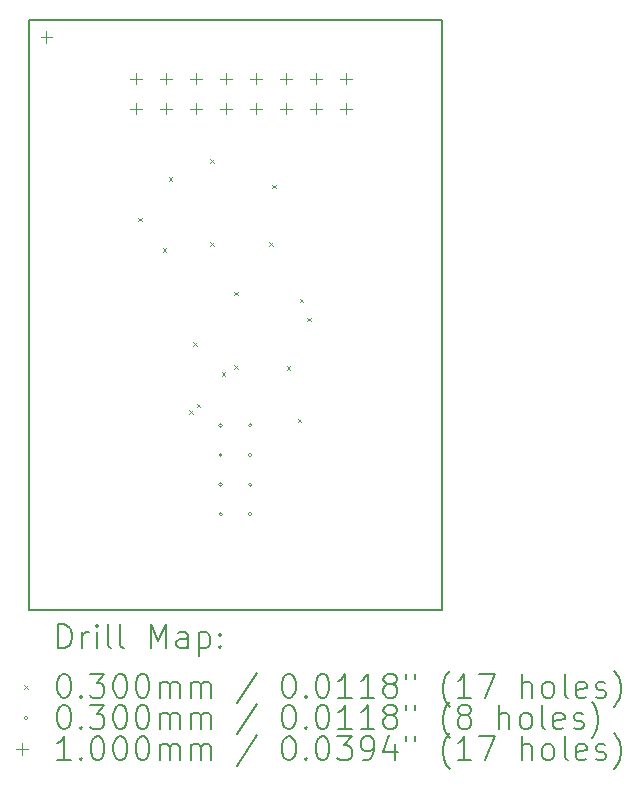
<source format=gbr>
%TF.GenerationSoftware,KiCad,Pcbnew,8.0.5*%
%TF.CreationDate,2024-12-04T12:39:28-06:00*%
%TF.ProjectId,KiCad_ETDBR,4b694361-645f-4455-9444-42522e6b6963,rev?*%
%TF.SameCoordinates,Original*%
%TF.FileFunction,Drillmap*%
%TF.FilePolarity,Positive*%
%FSLAX45Y45*%
G04 Gerber Fmt 4.5, Leading zero omitted, Abs format (unit mm)*
G04 Created by KiCad (PCBNEW 8.0.5) date 2024-12-04 12:39:28*
%MOMM*%
%LPD*%
G01*
G04 APERTURE LIST*
%ADD10C,0.200000*%
%ADD11C,0.100000*%
G04 APERTURE END LIST*
D10*
X4828000Y-5596500D02*
X8328000Y-5596500D01*
X8328000Y-10596500D01*
X4828000Y-10596500D01*
X4828000Y-5596500D01*
D11*
X5756549Y-7274057D02*
X5786549Y-7304057D01*
X5786549Y-7274057D02*
X5756549Y-7304057D01*
X5963000Y-7531500D02*
X5993000Y-7561500D01*
X5993000Y-7531500D02*
X5963000Y-7561500D01*
X6013000Y-6931500D02*
X6043000Y-6961500D01*
X6043000Y-6931500D02*
X6013000Y-6961500D01*
X6188540Y-8902916D02*
X6218540Y-8932916D01*
X6218540Y-8902916D02*
X6188540Y-8932916D01*
X6218260Y-8330748D02*
X6248260Y-8360748D01*
X6248260Y-8330748D02*
X6218260Y-8360748D01*
X6248540Y-8848340D02*
X6278540Y-8878340D01*
X6278540Y-8848340D02*
X6248540Y-8878340D01*
X6363000Y-6781500D02*
X6393000Y-6811500D01*
X6393000Y-6781500D02*
X6363000Y-6811500D01*
X6363000Y-7481500D02*
X6393000Y-7511500D01*
X6393000Y-7481500D02*
X6363000Y-7511500D01*
X6463000Y-8581500D02*
X6493000Y-8611500D01*
X6493000Y-8581500D02*
X6463000Y-8611500D01*
X6567760Y-8523750D02*
X6597760Y-8553750D01*
X6597760Y-8523750D02*
X6567760Y-8553750D01*
X6569090Y-7901520D02*
X6599090Y-7931520D01*
X6599090Y-7901520D02*
X6569090Y-7931520D01*
X6863000Y-7481500D02*
X6893000Y-7511500D01*
X6893000Y-7481500D02*
X6863000Y-7511500D01*
X6887563Y-6993856D02*
X6917563Y-7023856D01*
X6917563Y-6993856D02*
X6887563Y-7023856D01*
X7013000Y-8531500D02*
X7043000Y-8561500D01*
X7043000Y-8531500D02*
X7013000Y-8561500D01*
X7103586Y-8978214D02*
X7133586Y-9008214D01*
X7133586Y-8978214D02*
X7103586Y-9008214D01*
X7123000Y-7958687D02*
X7153000Y-7988687D01*
X7153000Y-7958687D02*
X7123000Y-7988687D01*
X7187000Y-8121393D02*
X7217000Y-8151393D01*
X7217000Y-8121393D02*
X7187000Y-8151393D01*
X6468000Y-9033500D02*
G75*
G02*
X6438000Y-9033500I-15000J0D01*
G01*
X6438000Y-9033500D02*
G75*
G02*
X6468000Y-9033500I15000J0D01*
G01*
X6468000Y-9283500D02*
G75*
G02*
X6438000Y-9283500I-15000J0D01*
G01*
X6438000Y-9283500D02*
G75*
G02*
X6468000Y-9283500I15000J0D01*
G01*
X6468000Y-9533500D02*
G75*
G02*
X6438000Y-9533500I-15000J0D01*
G01*
X6438000Y-9533500D02*
G75*
G02*
X6468000Y-9533500I15000J0D01*
G01*
X6468000Y-9783500D02*
G75*
G02*
X6438000Y-9783500I-15000J0D01*
G01*
X6438000Y-9783500D02*
G75*
G02*
X6468000Y-9783500I15000J0D01*
G01*
X6718000Y-9033500D02*
G75*
G02*
X6688000Y-9033500I-15000J0D01*
G01*
X6688000Y-9033500D02*
G75*
G02*
X6718000Y-9033500I15000J0D01*
G01*
X6718000Y-9283500D02*
G75*
G02*
X6688000Y-9283500I-15000J0D01*
G01*
X6688000Y-9283500D02*
G75*
G02*
X6718000Y-9283500I15000J0D01*
G01*
X6718000Y-9533500D02*
G75*
G02*
X6688000Y-9533500I-15000J0D01*
G01*
X6688000Y-9533500D02*
G75*
G02*
X6718000Y-9533500I15000J0D01*
G01*
X6718000Y-9783500D02*
G75*
G02*
X6688000Y-9783500I-15000J0D01*
G01*
X6688000Y-9783500D02*
G75*
G02*
X6718000Y-9783500I15000J0D01*
G01*
X4978000Y-5696500D02*
X4978000Y-5796500D01*
X4928000Y-5746500D02*
X5028000Y-5746500D01*
X5738000Y-6046500D02*
X5738000Y-6146500D01*
X5688000Y-6096500D02*
X5788000Y-6096500D01*
X5738000Y-6300500D02*
X5738000Y-6400500D01*
X5688000Y-6350500D02*
X5788000Y-6350500D01*
X5992000Y-6046500D02*
X5992000Y-6146500D01*
X5942000Y-6096500D02*
X6042000Y-6096500D01*
X5992000Y-6300500D02*
X5992000Y-6400500D01*
X5942000Y-6350500D02*
X6042000Y-6350500D01*
X6246000Y-6046500D02*
X6246000Y-6146500D01*
X6196000Y-6096500D02*
X6296000Y-6096500D01*
X6246000Y-6300500D02*
X6246000Y-6400500D01*
X6196000Y-6350500D02*
X6296000Y-6350500D01*
X6500000Y-6046500D02*
X6500000Y-6146500D01*
X6450000Y-6096500D02*
X6550000Y-6096500D01*
X6500000Y-6300500D02*
X6500000Y-6400500D01*
X6450000Y-6350500D02*
X6550000Y-6350500D01*
X6754000Y-6046500D02*
X6754000Y-6146500D01*
X6704000Y-6096500D02*
X6804000Y-6096500D01*
X6754000Y-6300500D02*
X6754000Y-6400500D01*
X6704000Y-6350500D02*
X6804000Y-6350500D01*
X7008000Y-6046500D02*
X7008000Y-6146500D01*
X6958000Y-6096500D02*
X7058000Y-6096500D01*
X7008000Y-6300500D02*
X7008000Y-6400500D01*
X6958000Y-6350500D02*
X7058000Y-6350500D01*
X7262000Y-6046500D02*
X7262000Y-6146500D01*
X7212000Y-6096500D02*
X7312000Y-6096500D01*
X7262000Y-6300500D02*
X7262000Y-6400500D01*
X7212000Y-6350500D02*
X7312000Y-6350500D01*
X7516000Y-6046500D02*
X7516000Y-6146500D01*
X7466000Y-6096500D02*
X7566000Y-6096500D01*
X7516000Y-6300500D02*
X7516000Y-6400500D01*
X7466000Y-6350500D02*
X7566000Y-6350500D01*
D10*
X5078777Y-10917984D02*
X5078777Y-10717984D01*
X5078777Y-10717984D02*
X5126396Y-10717984D01*
X5126396Y-10717984D02*
X5154967Y-10727508D01*
X5154967Y-10727508D02*
X5174015Y-10746555D01*
X5174015Y-10746555D02*
X5183539Y-10765603D01*
X5183539Y-10765603D02*
X5193063Y-10803698D01*
X5193063Y-10803698D02*
X5193063Y-10832270D01*
X5193063Y-10832270D02*
X5183539Y-10870365D01*
X5183539Y-10870365D02*
X5174015Y-10889412D01*
X5174015Y-10889412D02*
X5154967Y-10908460D01*
X5154967Y-10908460D02*
X5126396Y-10917984D01*
X5126396Y-10917984D02*
X5078777Y-10917984D01*
X5278777Y-10917984D02*
X5278777Y-10784650D01*
X5278777Y-10822746D02*
X5288301Y-10803698D01*
X5288301Y-10803698D02*
X5297824Y-10794174D01*
X5297824Y-10794174D02*
X5316872Y-10784650D01*
X5316872Y-10784650D02*
X5335920Y-10784650D01*
X5402586Y-10917984D02*
X5402586Y-10784650D01*
X5402586Y-10717984D02*
X5393063Y-10727508D01*
X5393063Y-10727508D02*
X5402586Y-10737031D01*
X5402586Y-10737031D02*
X5412110Y-10727508D01*
X5412110Y-10727508D02*
X5402586Y-10717984D01*
X5402586Y-10717984D02*
X5402586Y-10737031D01*
X5526396Y-10917984D02*
X5507348Y-10908460D01*
X5507348Y-10908460D02*
X5497824Y-10889412D01*
X5497824Y-10889412D02*
X5497824Y-10717984D01*
X5631158Y-10917984D02*
X5612110Y-10908460D01*
X5612110Y-10908460D02*
X5602586Y-10889412D01*
X5602586Y-10889412D02*
X5602586Y-10717984D01*
X5859729Y-10917984D02*
X5859729Y-10717984D01*
X5859729Y-10717984D02*
X5926396Y-10860841D01*
X5926396Y-10860841D02*
X5993062Y-10717984D01*
X5993062Y-10717984D02*
X5993062Y-10917984D01*
X6174015Y-10917984D02*
X6174015Y-10813222D01*
X6174015Y-10813222D02*
X6164491Y-10794174D01*
X6164491Y-10794174D02*
X6145443Y-10784650D01*
X6145443Y-10784650D02*
X6107348Y-10784650D01*
X6107348Y-10784650D02*
X6088301Y-10794174D01*
X6174015Y-10908460D02*
X6154967Y-10917984D01*
X6154967Y-10917984D02*
X6107348Y-10917984D01*
X6107348Y-10917984D02*
X6088301Y-10908460D01*
X6088301Y-10908460D02*
X6078777Y-10889412D01*
X6078777Y-10889412D02*
X6078777Y-10870365D01*
X6078777Y-10870365D02*
X6088301Y-10851317D01*
X6088301Y-10851317D02*
X6107348Y-10841793D01*
X6107348Y-10841793D02*
X6154967Y-10841793D01*
X6154967Y-10841793D02*
X6174015Y-10832270D01*
X6269253Y-10784650D02*
X6269253Y-10984650D01*
X6269253Y-10794174D02*
X6288301Y-10784650D01*
X6288301Y-10784650D02*
X6326396Y-10784650D01*
X6326396Y-10784650D02*
X6345443Y-10794174D01*
X6345443Y-10794174D02*
X6354967Y-10803698D01*
X6354967Y-10803698D02*
X6364491Y-10822746D01*
X6364491Y-10822746D02*
X6364491Y-10879889D01*
X6364491Y-10879889D02*
X6354967Y-10898936D01*
X6354967Y-10898936D02*
X6345443Y-10908460D01*
X6345443Y-10908460D02*
X6326396Y-10917984D01*
X6326396Y-10917984D02*
X6288301Y-10917984D01*
X6288301Y-10917984D02*
X6269253Y-10908460D01*
X6450205Y-10898936D02*
X6459729Y-10908460D01*
X6459729Y-10908460D02*
X6450205Y-10917984D01*
X6450205Y-10917984D02*
X6440682Y-10908460D01*
X6440682Y-10908460D02*
X6450205Y-10898936D01*
X6450205Y-10898936D02*
X6450205Y-10917984D01*
X6450205Y-10794174D02*
X6459729Y-10803698D01*
X6459729Y-10803698D02*
X6450205Y-10813222D01*
X6450205Y-10813222D02*
X6440682Y-10803698D01*
X6440682Y-10803698D02*
X6450205Y-10794174D01*
X6450205Y-10794174D02*
X6450205Y-10813222D01*
D11*
X4788000Y-11231500D02*
X4818000Y-11261500D01*
X4818000Y-11231500D02*
X4788000Y-11261500D01*
D10*
X5116872Y-11137984D02*
X5135920Y-11137984D01*
X5135920Y-11137984D02*
X5154967Y-11147508D01*
X5154967Y-11147508D02*
X5164491Y-11157031D01*
X5164491Y-11157031D02*
X5174015Y-11176079D01*
X5174015Y-11176079D02*
X5183539Y-11214174D01*
X5183539Y-11214174D02*
X5183539Y-11261793D01*
X5183539Y-11261793D02*
X5174015Y-11299888D01*
X5174015Y-11299888D02*
X5164491Y-11318936D01*
X5164491Y-11318936D02*
X5154967Y-11328460D01*
X5154967Y-11328460D02*
X5135920Y-11337984D01*
X5135920Y-11337984D02*
X5116872Y-11337984D01*
X5116872Y-11337984D02*
X5097824Y-11328460D01*
X5097824Y-11328460D02*
X5088301Y-11318936D01*
X5088301Y-11318936D02*
X5078777Y-11299888D01*
X5078777Y-11299888D02*
X5069253Y-11261793D01*
X5069253Y-11261793D02*
X5069253Y-11214174D01*
X5069253Y-11214174D02*
X5078777Y-11176079D01*
X5078777Y-11176079D02*
X5088301Y-11157031D01*
X5088301Y-11157031D02*
X5097824Y-11147508D01*
X5097824Y-11147508D02*
X5116872Y-11137984D01*
X5269253Y-11318936D02*
X5278777Y-11328460D01*
X5278777Y-11328460D02*
X5269253Y-11337984D01*
X5269253Y-11337984D02*
X5259729Y-11328460D01*
X5259729Y-11328460D02*
X5269253Y-11318936D01*
X5269253Y-11318936D02*
X5269253Y-11337984D01*
X5345444Y-11137984D02*
X5469253Y-11137984D01*
X5469253Y-11137984D02*
X5402586Y-11214174D01*
X5402586Y-11214174D02*
X5431158Y-11214174D01*
X5431158Y-11214174D02*
X5450205Y-11223698D01*
X5450205Y-11223698D02*
X5459729Y-11233222D01*
X5459729Y-11233222D02*
X5469253Y-11252269D01*
X5469253Y-11252269D02*
X5469253Y-11299888D01*
X5469253Y-11299888D02*
X5459729Y-11318936D01*
X5459729Y-11318936D02*
X5450205Y-11328460D01*
X5450205Y-11328460D02*
X5431158Y-11337984D01*
X5431158Y-11337984D02*
X5374015Y-11337984D01*
X5374015Y-11337984D02*
X5354967Y-11328460D01*
X5354967Y-11328460D02*
X5345444Y-11318936D01*
X5593062Y-11137984D02*
X5612110Y-11137984D01*
X5612110Y-11137984D02*
X5631158Y-11147508D01*
X5631158Y-11147508D02*
X5640682Y-11157031D01*
X5640682Y-11157031D02*
X5650205Y-11176079D01*
X5650205Y-11176079D02*
X5659729Y-11214174D01*
X5659729Y-11214174D02*
X5659729Y-11261793D01*
X5659729Y-11261793D02*
X5650205Y-11299888D01*
X5650205Y-11299888D02*
X5640682Y-11318936D01*
X5640682Y-11318936D02*
X5631158Y-11328460D01*
X5631158Y-11328460D02*
X5612110Y-11337984D01*
X5612110Y-11337984D02*
X5593062Y-11337984D01*
X5593062Y-11337984D02*
X5574015Y-11328460D01*
X5574015Y-11328460D02*
X5564491Y-11318936D01*
X5564491Y-11318936D02*
X5554967Y-11299888D01*
X5554967Y-11299888D02*
X5545444Y-11261793D01*
X5545444Y-11261793D02*
X5545444Y-11214174D01*
X5545444Y-11214174D02*
X5554967Y-11176079D01*
X5554967Y-11176079D02*
X5564491Y-11157031D01*
X5564491Y-11157031D02*
X5574015Y-11147508D01*
X5574015Y-11147508D02*
X5593062Y-11137984D01*
X5783539Y-11137984D02*
X5802586Y-11137984D01*
X5802586Y-11137984D02*
X5821634Y-11147508D01*
X5821634Y-11147508D02*
X5831158Y-11157031D01*
X5831158Y-11157031D02*
X5840682Y-11176079D01*
X5840682Y-11176079D02*
X5850205Y-11214174D01*
X5850205Y-11214174D02*
X5850205Y-11261793D01*
X5850205Y-11261793D02*
X5840682Y-11299888D01*
X5840682Y-11299888D02*
X5831158Y-11318936D01*
X5831158Y-11318936D02*
X5821634Y-11328460D01*
X5821634Y-11328460D02*
X5802586Y-11337984D01*
X5802586Y-11337984D02*
X5783539Y-11337984D01*
X5783539Y-11337984D02*
X5764491Y-11328460D01*
X5764491Y-11328460D02*
X5754967Y-11318936D01*
X5754967Y-11318936D02*
X5745443Y-11299888D01*
X5745443Y-11299888D02*
X5735920Y-11261793D01*
X5735920Y-11261793D02*
X5735920Y-11214174D01*
X5735920Y-11214174D02*
X5745443Y-11176079D01*
X5745443Y-11176079D02*
X5754967Y-11157031D01*
X5754967Y-11157031D02*
X5764491Y-11147508D01*
X5764491Y-11147508D02*
X5783539Y-11137984D01*
X5935920Y-11337984D02*
X5935920Y-11204650D01*
X5935920Y-11223698D02*
X5945443Y-11214174D01*
X5945443Y-11214174D02*
X5964491Y-11204650D01*
X5964491Y-11204650D02*
X5993063Y-11204650D01*
X5993063Y-11204650D02*
X6012110Y-11214174D01*
X6012110Y-11214174D02*
X6021634Y-11233222D01*
X6021634Y-11233222D02*
X6021634Y-11337984D01*
X6021634Y-11233222D02*
X6031158Y-11214174D01*
X6031158Y-11214174D02*
X6050205Y-11204650D01*
X6050205Y-11204650D02*
X6078777Y-11204650D01*
X6078777Y-11204650D02*
X6097824Y-11214174D01*
X6097824Y-11214174D02*
X6107348Y-11233222D01*
X6107348Y-11233222D02*
X6107348Y-11337984D01*
X6202586Y-11337984D02*
X6202586Y-11204650D01*
X6202586Y-11223698D02*
X6212110Y-11214174D01*
X6212110Y-11214174D02*
X6231158Y-11204650D01*
X6231158Y-11204650D02*
X6259729Y-11204650D01*
X6259729Y-11204650D02*
X6278777Y-11214174D01*
X6278777Y-11214174D02*
X6288301Y-11233222D01*
X6288301Y-11233222D02*
X6288301Y-11337984D01*
X6288301Y-11233222D02*
X6297824Y-11214174D01*
X6297824Y-11214174D02*
X6316872Y-11204650D01*
X6316872Y-11204650D02*
X6345443Y-11204650D01*
X6345443Y-11204650D02*
X6364491Y-11214174D01*
X6364491Y-11214174D02*
X6374015Y-11233222D01*
X6374015Y-11233222D02*
X6374015Y-11337984D01*
X6764491Y-11128460D02*
X6593063Y-11385603D01*
X7021634Y-11137984D02*
X7040682Y-11137984D01*
X7040682Y-11137984D02*
X7059729Y-11147508D01*
X7059729Y-11147508D02*
X7069253Y-11157031D01*
X7069253Y-11157031D02*
X7078777Y-11176079D01*
X7078777Y-11176079D02*
X7088301Y-11214174D01*
X7088301Y-11214174D02*
X7088301Y-11261793D01*
X7088301Y-11261793D02*
X7078777Y-11299888D01*
X7078777Y-11299888D02*
X7069253Y-11318936D01*
X7069253Y-11318936D02*
X7059729Y-11328460D01*
X7059729Y-11328460D02*
X7040682Y-11337984D01*
X7040682Y-11337984D02*
X7021634Y-11337984D01*
X7021634Y-11337984D02*
X7002586Y-11328460D01*
X7002586Y-11328460D02*
X6993063Y-11318936D01*
X6993063Y-11318936D02*
X6983539Y-11299888D01*
X6983539Y-11299888D02*
X6974015Y-11261793D01*
X6974015Y-11261793D02*
X6974015Y-11214174D01*
X6974015Y-11214174D02*
X6983539Y-11176079D01*
X6983539Y-11176079D02*
X6993063Y-11157031D01*
X6993063Y-11157031D02*
X7002586Y-11147508D01*
X7002586Y-11147508D02*
X7021634Y-11137984D01*
X7174015Y-11318936D02*
X7183539Y-11328460D01*
X7183539Y-11328460D02*
X7174015Y-11337984D01*
X7174015Y-11337984D02*
X7164491Y-11328460D01*
X7164491Y-11328460D02*
X7174015Y-11318936D01*
X7174015Y-11318936D02*
X7174015Y-11337984D01*
X7307348Y-11137984D02*
X7326396Y-11137984D01*
X7326396Y-11137984D02*
X7345444Y-11147508D01*
X7345444Y-11147508D02*
X7354967Y-11157031D01*
X7354967Y-11157031D02*
X7364491Y-11176079D01*
X7364491Y-11176079D02*
X7374015Y-11214174D01*
X7374015Y-11214174D02*
X7374015Y-11261793D01*
X7374015Y-11261793D02*
X7364491Y-11299888D01*
X7364491Y-11299888D02*
X7354967Y-11318936D01*
X7354967Y-11318936D02*
X7345444Y-11328460D01*
X7345444Y-11328460D02*
X7326396Y-11337984D01*
X7326396Y-11337984D02*
X7307348Y-11337984D01*
X7307348Y-11337984D02*
X7288301Y-11328460D01*
X7288301Y-11328460D02*
X7278777Y-11318936D01*
X7278777Y-11318936D02*
X7269253Y-11299888D01*
X7269253Y-11299888D02*
X7259729Y-11261793D01*
X7259729Y-11261793D02*
X7259729Y-11214174D01*
X7259729Y-11214174D02*
X7269253Y-11176079D01*
X7269253Y-11176079D02*
X7278777Y-11157031D01*
X7278777Y-11157031D02*
X7288301Y-11147508D01*
X7288301Y-11147508D02*
X7307348Y-11137984D01*
X7564491Y-11337984D02*
X7450206Y-11337984D01*
X7507348Y-11337984D02*
X7507348Y-11137984D01*
X7507348Y-11137984D02*
X7488301Y-11166555D01*
X7488301Y-11166555D02*
X7469253Y-11185603D01*
X7469253Y-11185603D02*
X7450206Y-11195127D01*
X7754967Y-11337984D02*
X7640682Y-11337984D01*
X7697825Y-11337984D02*
X7697825Y-11137984D01*
X7697825Y-11137984D02*
X7678777Y-11166555D01*
X7678777Y-11166555D02*
X7659729Y-11185603D01*
X7659729Y-11185603D02*
X7640682Y-11195127D01*
X7869253Y-11223698D02*
X7850206Y-11214174D01*
X7850206Y-11214174D02*
X7840682Y-11204650D01*
X7840682Y-11204650D02*
X7831158Y-11185603D01*
X7831158Y-11185603D02*
X7831158Y-11176079D01*
X7831158Y-11176079D02*
X7840682Y-11157031D01*
X7840682Y-11157031D02*
X7850206Y-11147508D01*
X7850206Y-11147508D02*
X7869253Y-11137984D01*
X7869253Y-11137984D02*
X7907348Y-11137984D01*
X7907348Y-11137984D02*
X7926396Y-11147508D01*
X7926396Y-11147508D02*
X7935920Y-11157031D01*
X7935920Y-11157031D02*
X7945444Y-11176079D01*
X7945444Y-11176079D02*
X7945444Y-11185603D01*
X7945444Y-11185603D02*
X7935920Y-11204650D01*
X7935920Y-11204650D02*
X7926396Y-11214174D01*
X7926396Y-11214174D02*
X7907348Y-11223698D01*
X7907348Y-11223698D02*
X7869253Y-11223698D01*
X7869253Y-11223698D02*
X7850206Y-11233222D01*
X7850206Y-11233222D02*
X7840682Y-11242746D01*
X7840682Y-11242746D02*
X7831158Y-11261793D01*
X7831158Y-11261793D02*
X7831158Y-11299888D01*
X7831158Y-11299888D02*
X7840682Y-11318936D01*
X7840682Y-11318936D02*
X7850206Y-11328460D01*
X7850206Y-11328460D02*
X7869253Y-11337984D01*
X7869253Y-11337984D02*
X7907348Y-11337984D01*
X7907348Y-11337984D02*
X7926396Y-11328460D01*
X7926396Y-11328460D02*
X7935920Y-11318936D01*
X7935920Y-11318936D02*
X7945444Y-11299888D01*
X7945444Y-11299888D02*
X7945444Y-11261793D01*
X7945444Y-11261793D02*
X7935920Y-11242746D01*
X7935920Y-11242746D02*
X7926396Y-11233222D01*
X7926396Y-11233222D02*
X7907348Y-11223698D01*
X8021634Y-11137984D02*
X8021634Y-11176079D01*
X8097825Y-11137984D02*
X8097825Y-11176079D01*
X8393063Y-11414174D02*
X8383539Y-11404650D01*
X8383539Y-11404650D02*
X8364491Y-11376079D01*
X8364491Y-11376079D02*
X8354968Y-11357031D01*
X8354968Y-11357031D02*
X8345444Y-11328460D01*
X8345444Y-11328460D02*
X8335920Y-11280841D01*
X8335920Y-11280841D02*
X8335920Y-11242746D01*
X8335920Y-11242746D02*
X8345444Y-11195127D01*
X8345444Y-11195127D02*
X8354968Y-11166555D01*
X8354968Y-11166555D02*
X8364491Y-11147508D01*
X8364491Y-11147508D02*
X8383539Y-11118936D01*
X8383539Y-11118936D02*
X8393063Y-11109412D01*
X8574015Y-11337984D02*
X8459730Y-11337984D01*
X8516872Y-11337984D02*
X8516872Y-11137984D01*
X8516872Y-11137984D02*
X8497825Y-11166555D01*
X8497825Y-11166555D02*
X8478777Y-11185603D01*
X8478777Y-11185603D02*
X8459730Y-11195127D01*
X8640682Y-11137984D02*
X8774015Y-11137984D01*
X8774015Y-11137984D02*
X8688301Y-11337984D01*
X9002587Y-11337984D02*
X9002587Y-11137984D01*
X9088301Y-11337984D02*
X9088301Y-11233222D01*
X9088301Y-11233222D02*
X9078777Y-11214174D01*
X9078777Y-11214174D02*
X9059730Y-11204650D01*
X9059730Y-11204650D02*
X9031158Y-11204650D01*
X9031158Y-11204650D02*
X9012111Y-11214174D01*
X9012111Y-11214174D02*
X9002587Y-11223698D01*
X9212111Y-11337984D02*
X9193063Y-11328460D01*
X9193063Y-11328460D02*
X9183539Y-11318936D01*
X9183539Y-11318936D02*
X9174015Y-11299888D01*
X9174015Y-11299888D02*
X9174015Y-11242746D01*
X9174015Y-11242746D02*
X9183539Y-11223698D01*
X9183539Y-11223698D02*
X9193063Y-11214174D01*
X9193063Y-11214174D02*
X9212111Y-11204650D01*
X9212111Y-11204650D02*
X9240682Y-11204650D01*
X9240682Y-11204650D02*
X9259730Y-11214174D01*
X9259730Y-11214174D02*
X9269253Y-11223698D01*
X9269253Y-11223698D02*
X9278777Y-11242746D01*
X9278777Y-11242746D02*
X9278777Y-11299888D01*
X9278777Y-11299888D02*
X9269253Y-11318936D01*
X9269253Y-11318936D02*
X9259730Y-11328460D01*
X9259730Y-11328460D02*
X9240682Y-11337984D01*
X9240682Y-11337984D02*
X9212111Y-11337984D01*
X9393063Y-11337984D02*
X9374015Y-11328460D01*
X9374015Y-11328460D02*
X9364492Y-11309412D01*
X9364492Y-11309412D02*
X9364492Y-11137984D01*
X9545444Y-11328460D02*
X9526396Y-11337984D01*
X9526396Y-11337984D02*
X9488301Y-11337984D01*
X9488301Y-11337984D02*
X9469253Y-11328460D01*
X9469253Y-11328460D02*
X9459730Y-11309412D01*
X9459730Y-11309412D02*
X9459730Y-11233222D01*
X9459730Y-11233222D02*
X9469253Y-11214174D01*
X9469253Y-11214174D02*
X9488301Y-11204650D01*
X9488301Y-11204650D02*
X9526396Y-11204650D01*
X9526396Y-11204650D02*
X9545444Y-11214174D01*
X9545444Y-11214174D02*
X9554968Y-11233222D01*
X9554968Y-11233222D02*
X9554968Y-11252269D01*
X9554968Y-11252269D02*
X9459730Y-11271317D01*
X9631158Y-11328460D02*
X9650206Y-11337984D01*
X9650206Y-11337984D02*
X9688301Y-11337984D01*
X9688301Y-11337984D02*
X9707349Y-11328460D01*
X9707349Y-11328460D02*
X9716873Y-11309412D01*
X9716873Y-11309412D02*
X9716873Y-11299888D01*
X9716873Y-11299888D02*
X9707349Y-11280841D01*
X9707349Y-11280841D02*
X9688301Y-11271317D01*
X9688301Y-11271317D02*
X9659730Y-11271317D01*
X9659730Y-11271317D02*
X9640682Y-11261793D01*
X9640682Y-11261793D02*
X9631158Y-11242746D01*
X9631158Y-11242746D02*
X9631158Y-11233222D01*
X9631158Y-11233222D02*
X9640682Y-11214174D01*
X9640682Y-11214174D02*
X9659730Y-11204650D01*
X9659730Y-11204650D02*
X9688301Y-11204650D01*
X9688301Y-11204650D02*
X9707349Y-11214174D01*
X9783539Y-11414174D02*
X9793063Y-11404650D01*
X9793063Y-11404650D02*
X9812111Y-11376079D01*
X9812111Y-11376079D02*
X9821634Y-11357031D01*
X9821634Y-11357031D02*
X9831158Y-11328460D01*
X9831158Y-11328460D02*
X9840682Y-11280841D01*
X9840682Y-11280841D02*
X9840682Y-11242746D01*
X9840682Y-11242746D02*
X9831158Y-11195127D01*
X9831158Y-11195127D02*
X9821634Y-11166555D01*
X9821634Y-11166555D02*
X9812111Y-11147508D01*
X9812111Y-11147508D02*
X9793063Y-11118936D01*
X9793063Y-11118936D02*
X9783539Y-11109412D01*
D11*
X4818000Y-11510500D02*
G75*
G02*
X4788000Y-11510500I-15000J0D01*
G01*
X4788000Y-11510500D02*
G75*
G02*
X4818000Y-11510500I15000J0D01*
G01*
D10*
X5116872Y-11401984D02*
X5135920Y-11401984D01*
X5135920Y-11401984D02*
X5154967Y-11411508D01*
X5154967Y-11411508D02*
X5164491Y-11421031D01*
X5164491Y-11421031D02*
X5174015Y-11440079D01*
X5174015Y-11440079D02*
X5183539Y-11478174D01*
X5183539Y-11478174D02*
X5183539Y-11525793D01*
X5183539Y-11525793D02*
X5174015Y-11563888D01*
X5174015Y-11563888D02*
X5164491Y-11582936D01*
X5164491Y-11582936D02*
X5154967Y-11592460D01*
X5154967Y-11592460D02*
X5135920Y-11601984D01*
X5135920Y-11601984D02*
X5116872Y-11601984D01*
X5116872Y-11601984D02*
X5097824Y-11592460D01*
X5097824Y-11592460D02*
X5088301Y-11582936D01*
X5088301Y-11582936D02*
X5078777Y-11563888D01*
X5078777Y-11563888D02*
X5069253Y-11525793D01*
X5069253Y-11525793D02*
X5069253Y-11478174D01*
X5069253Y-11478174D02*
X5078777Y-11440079D01*
X5078777Y-11440079D02*
X5088301Y-11421031D01*
X5088301Y-11421031D02*
X5097824Y-11411508D01*
X5097824Y-11411508D02*
X5116872Y-11401984D01*
X5269253Y-11582936D02*
X5278777Y-11592460D01*
X5278777Y-11592460D02*
X5269253Y-11601984D01*
X5269253Y-11601984D02*
X5259729Y-11592460D01*
X5259729Y-11592460D02*
X5269253Y-11582936D01*
X5269253Y-11582936D02*
X5269253Y-11601984D01*
X5345444Y-11401984D02*
X5469253Y-11401984D01*
X5469253Y-11401984D02*
X5402586Y-11478174D01*
X5402586Y-11478174D02*
X5431158Y-11478174D01*
X5431158Y-11478174D02*
X5450205Y-11487698D01*
X5450205Y-11487698D02*
X5459729Y-11497222D01*
X5459729Y-11497222D02*
X5469253Y-11516269D01*
X5469253Y-11516269D02*
X5469253Y-11563888D01*
X5469253Y-11563888D02*
X5459729Y-11582936D01*
X5459729Y-11582936D02*
X5450205Y-11592460D01*
X5450205Y-11592460D02*
X5431158Y-11601984D01*
X5431158Y-11601984D02*
X5374015Y-11601984D01*
X5374015Y-11601984D02*
X5354967Y-11592460D01*
X5354967Y-11592460D02*
X5345444Y-11582936D01*
X5593062Y-11401984D02*
X5612110Y-11401984D01*
X5612110Y-11401984D02*
X5631158Y-11411508D01*
X5631158Y-11411508D02*
X5640682Y-11421031D01*
X5640682Y-11421031D02*
X5650205Y-11440079D01*
X5650205Y-11440079D02*
X5659729Y-11478174D01*
X5659729Y-11478174D02*
X5659729Y-11525793D01*
X5659729Y-11525793D02*
X5650205Y-11563888D01*
X5650205Y-11563888D02*
X5640682Y-11582936D01*
X5640682Y-11582936D02*
X5631158Y-11592460D01*
X5631158Y-11592460D02*
X5612110Y-11601984D01*
X5612110Y-11601984D02*
X5593062Y-11601984D01*
X5593062Y-11601984D02*
X5574015Y-11592460D01*
X5574015Y-11592460D02*
X5564491Y-11582936D01*
X5564491Y-11582936D02*
X5554967Y-11563888D01*
X5554967Y-11563888D02*
X5545444Y-11525793D01*
X5545444Y-11525793D02*
X5545444Y-11478174D01*
X5545444Y-11478174D02*
X5554967Y-11440079D01*
X5554967Y-11440079D02*
X5564491Y-11421031D01*
X5564491Y-11421031D02*
X5574015Y-11411508D01*
X5574015Y-11411508D02*
X5593062Y-11401984D01*
X5783539Y-11401984D02*
X5802586Y-11401984D01*
X5802586Y-11401984D02*
X5821634Y-11411508D01*
X5821634Y-11411508D02*
X5831158Y-11421031D01*
X5831158Y-11421031D02*
X5840682Y-11440079D01*
X5840682Y-11440079D02*
X5850205Y-11478174D01*
X5850205Y-11478174D02*
X5850205Y-11525793D01*
X5850205Y-11525793D02*
X5840682Y-11563888D01*
X5840682Y-11563888D02*
X5831158Y-11582936D01*
X5831158Y-11582936D02*
X5821634Y-11592460D01*
X5821634Y-11592460D02*
X5802586Y-11601984D01*
X5802586Y-11601984D02*
X5783539Y-11601984D01*
X5783539Y-11601984D02*
X5764491Y-11592460D01*
X5764491Y-11592460D02*
X5754967Y-11582936D01*
X5754967Y-11582936D02*
X5745443Y-11563888D01*
X5745443Y-11563888D02*
X5735920Y-11525793D01*
X5735920Y-11525793D02*
X5735920Y-11478174D01*
X5735920Y-11478174D02*
X5745443Y-11440079D01*
X5745443Y-11440079D02*
X5754967Y-11421031D01*
X5754967Y-11421031D02*
X5764491Y-11411508D01*
X5764491Y-11411508D02*
X5783539Y-11401984D01*
X5935920Y-11601984D02*
X5935920Y-11468650D01*
X5935920Y-11487698D02*
X5945443Y-11478174D01*
X5945443Y-11478174D02*
X5964491Y-11468650D01*
X5964491Y-11468650D02*
X5993063Y-11468650D01*
X5993063Y-11468650D02*
X6012110Y-11478174D01*
X6012110Y-11478174D02*
X6021634Y-11497222D01*
X6021634Y-11497222D02*
X6021634Y-11601984D01*
X6021634Y-11497222D02*
X6031158Y-11478174D01*
X6031158Y-11478174D02*
X6050205Y-11468650D01*
X6050205Y-11468650D02*
X6078777Y-11468650D01*
X6078777Y-11468650D02*
X6097824Y-11478174D01*
X6097824Y-11478174D02*
X6107348Y-11497222D01*
X6107348Y-11497222D02*
X6107348Y-11601984D01*
X6202586Y-11601984D02*
X6202586Y-11468650D01*
X6202586Y-11487698D02*
X6212110Y-11478174D01*
X6212110Y-11478174D02*
X6231158Y-11468650D01*
X6231158Y-11468650D02*
X6259729Y-11468650D01*
X6259729Y-11468650D02*
X6278777Y-11478174D01*
X6278777Y-11478174D02*
X6288301Y-11497222D01*
X6288301Y-11497222D02*
X6288301Y-11601984D01*
X6288301Y-11497222D02*
X6297824Y-11478174D01*
X6297824Y-11478174D02*
X6316872Y-11468650D01*
X6316872Y-11468650D02*
X6345443Y-11468650D01*
X6345443Y-11468650D02*
X6364491Y-11478174D01*
X6364491Y-11478174D02*
X6374015Y-11497222D01*
X6374015Y-11497222D02*
X6374015Y-11601984D01*
X6764491Y-11392460D02*
X6593063Y-11649603D01*
X7021634Y-11401984D02*
X7040682Y-11401984D01*
X7040682Y-11401984D02*
X7059729Y-11411508D01*
X7059729Y-11411508D02*
X7069253Y-11421031D01*
X7069253Y-11421031D02*
X7078777Y-11440079D01*
X7078777Y-11440079D02*
X7088301Y-11478174D01*
X7088301Y-11478174D02*
X7088301Y-11525793D01*
X7088301Y-11525793D02*
X7078777Y-11563888D01*
X7078777Y-11563888D02*
X7069253Y-11582936D01*
X7069253Y-11582936D02*
X7059729Y-11592460D01*
X7059729Y-11592460D02*
X7040682Y-11601984D01*
X7040682Y-11601984D02*
X7021634Y-11601984D01*
X7021634Y-11601984D02*
X7002586Y-11592460D01*
X7002586Y-11592460D02*
X6993063Y-11582936D01*
X6993063Y-11582936D02*
X6983539Y-11563888D01*
X6983539Y-11563888D02*
X6974015Y-11525793D01*
X6974015Y-11525793D02*
X6974015Y-11478174D01*
X6974015Y-11478174D02*
X6983539Y-11440079D01*
X6983539Y-11440079D02*
X6993063Y-11421031D01*
X6993063Y-11421031D02*
X7002586Y-11411508D01*
X7002586Y-11411508D02*
X7021634Y-11401984D01*
X7174015Y-11582936D02*
X7183539Y-11592460D01*
X7183539Y-11592460D02*
X7174015Y-11601984D01*
X7174015Y-11601984D02*
X7164491Y-11592460D01*
X7164491Y-11592460D02*
X7174015Y-11582936D01*
X7174015Y-11582936D02*
X7174015Y-11601984D01*
X7307348Y-11401984D02*
X7326396Y-11401984D01*
X7326396Y-11401984D02*
X7345444Y-11411508D01*
X7345444Y-11411508D02*
X7354967Y-11421031D01*
X7354967Y-11421031D02*
X7364491Y-11440079D01*
X7364491Y-11440079D02*
X7374015Y-11478174D01*
X7374015Y-11478174D02*
X7374015Y-11525793D01*
X7374015Y-11525793D02*
X7364491Y-11563888D01*
X7364491Y-11563888D02*
X7354967Y-11582936D01*
X7354967Y-11582936D02*
X7345444Y-11592460D01*
X7345444Y-11592460D02*
X7326396Y-11601984D01*
X7326396Y-11601984D02*
X7307348Y-11601984D01*
X7307348Y-11601984D02*
X7288301Y-11592460D01*
X7288301Y-11592460D02*
X7278777Y-11582936D01*
X7278777Y-11582936D02*
X7269253Y-11563888D01*
X7269253Y-11563888D02*
X7259729Y-11525793D01*
X7259729Y-11525793D02*
X7259729Y-11478174D01*
X7259729Y-11478174D02*
X7269253Y-11440079D01*
X7269253Y-11440079D02*
X7278777Y-11421031D01*
X7278777Y-11421031D02*
X7288301Y-11411508D01*
X7288301Y-11411508D02*
X7307348Y-11401984D01*
X7564491Y-11601984D02*
X7450206Y-11601984D01*
X7507348Y-11601984D02*
X7507348Y-11401984D01*
X7507348Y-11401984D02*
X7488301Y-11430555D01*
X7488301Y-11430555D02*
X7469253Y-11449603D01*
X7469253Y-11449603D02*
X7450206Y-11459127D01*
X7754967Y-11601984D02*
X7640682Y-11601984D01*
X7697825Y-11601984D02*
X7697825Y-11401984D01*
X7697825Y-11401984D02*
X7678777Y-11430555D01*
X7678777Y-11430555D02*
X7659729Y-11449603D01*
X7659729Y-11449603D02*
X7640682Y-11459127D01*
X7869253Y-11487698D02*
X7850206Y-11478174D01*
X7850206Y-11478174D02*
X7840682Y-11468650D01*
X7840682Y-11468650D02*
X7831158Y-11449603D01*
X7831158Y-11449603D02*
X7831158Y-11440079D01*
X7831158Y-11440079D02*
X7840682Y-11421031D01*
X7840682Y-11421031D02*
X7850206Y-11411508D01*
X7850206Y-11411508D02*
X7869253Y-11401984D01*
X7869253Y-11401984D02*
X7907348Y-11401984D01*
X7907348Y-11401984D02*
X7926396Y-11411508D01*
X7926396Y-11411508D02*
X7935920Y-11421031D01*
X7935920Y-11421031D02*
X7945444Y-11440079D01*
X7945444Y-11440079D02*
X7945444Y-11449603D01*
X7945444Y-11449603D02*
X7935920Y-11468650D01*
X7935920Y-11468650D02*
X7926396Y-11478174D01*
X7926396Y-11478174D02*
X7907348Y-11487698D01*
X7907348Y-11487698D02*
X7869253Y-11487698D01*
X7869253Y-11487698D02*
X7850206Y-11497222D01*
X7850206Y-11497222D02*
X7840682Y-11506746D01*
X7840682Y-11506746D02*
X7831158Y-11525793D01*
X7831158Y-11525793D02*
X7831158Y-11563888D01*
X7831158Y-11563888D02*
X7840682Y-11582936D01*
X7840682Y-11582936D02*
X7850206Y-11592460D01*
X7850206Y-11592460D02*
X7869253Y-11601984D01*
X7869253Y-11601984D02*
X7907348Y-11601984D01*
X7907348Y-11601984D02*
X7926396Y-11592460D01*
X7926396Y-11592460D02*
X7935920Y-11582936D01*
X7935920Y-11582936D02*
X7945444Y-11563888D01*
X7945444Y-11563888D02*
X7945444Y-11525793D01*
X7945444Y-11525793D02*
X7935920Y-11506746D01*
X7935920Y-11506746D02*
X7926396Y-11497222D01*
X7926396Y-11497222D02*
X7907348Y-11487698D01*
X8021634Y-11401984D02*
X8021634Y-11440079D01*
X8097825Y-11401984D02*
X8097825Y-11440079D01*
X8393063Y-11678174D02*
X8383539Y-11668650D01*
X8383539Y-11668650D02*
X8364491Y-11640079D01*
X8364491Y-11640079D02*
X8354968Y-11621031D01*
X8354968Y-11621031D02*
X8345444Y-11592460D01*
X8345444Y-11592460D02*
X8335920Y-11544841D01*
X8335920Y-11544841D02*
X8335920Y-11506746D01*
X8335920Y-11506746D02*
X8345444Y-11459127D01*
X8345444Y-11459127D02*
X8354968Y-11430555D01*
X8354968Y-11430555D02*
X8364491Y-11411508D01*
X8364491Y-11411508D02*
X8383539Y-11382936D01*
X8383539Y-11382936D02*
X8393063Y-11373412D01*
X8497825Y-11487698D02*
X8478777Y-11478174D01*
X8478777Y-11478174D02*
X8469253Y-11468650D01*
X8469253Y-11468650D02*
X8459730Y-11449603D01*
X8459730Y-11449603D02*
X8459730Y-11440079D01*
X8459730Y-11440079D02*
X8469253Y-11421031D01*
X8469253Y-11421031D02*
X8478777Y-11411508D01*
X8478777Y-11411508D02*
X8497825Y-11401984D01*
X8497825Y-11401984D02*
X8535920Y-11401984D01*
X8535920Y-11401984D02*
X8554968Y-11411508D01*
X8554968Y-11411508D02*
X8564491Y-11421031D01*
X8564491Y-11421031D02*
X8574015Y-11440079D01*
X8574015Y-11440079D02*
X8574015Y-11449603D01*
X8574015Y-11449603D02*
X8564491Y-11468650D01*
X8564491Y-11468650D02*
X8554968Y-11478174D01*
X8554968Y-11478174D02*
X8535920Y-11487698D01*
X8535920Y-11487698D02*
X8497825Y-11487698D01*
X8497825Y-11487698D02*
X8478777Y-11497222D01*
X8478777Y-11497222D02*
X8469253Y-11506746D01*
X8469253Y-11506746D02*
X8459730Y-11525793D01*
X8459730Y-11525793D02*
X8459730Y-11563888D01*
X8459730Y-11563888D02*
X8469253Y-11582936D01*
X8469253Y-11582936D02*
X8478777Y-11592460D01*
X8478777Y-11592460D02*
X8497825Y-11601984D01*
X8497825Y-11601984D02*
X8535920Y-11601984D01*
X8535920Y-11601984D02*
X8554968Y-11592460D01*
X8554968Y-11592460D02*
X8564491Y-11582936D01*
X8564491Y-11582936D02*
X8574015Y-11563888D01*
X8574015Y-11563888D02*
X8574015Y-11525793D01*
X8574015Y-11525793D02*
X8564491Y-11506746D01*
X8564491Y-11506746D02*
X8554968Y-11497222D01*
X8554968Y-11497222D02*
X8535920Y-11487698D01*
X8812111Y-11601984D02*
X8812111Y-11401984D01*
X8897825Y-11601984D02*
X8897825Y-11497222D01*
X8897825Y-11497222D02*
X8888301Y-11478174D01*
X8888301Y-11478174D02*
X8869253Y-11468650D01*
X8869253Y-11468650D02*
X8840682Y-11468650D01*
X8840682Y-11468650D02*
X8821634Y-11478174D01*
X8821634Y-11478174D02*
X8812111Y-11487698D01*
X9021634Y-11601984D02*
X9002587Y-11592460D01*
X9002587Y-11592460D02*
X8993063Y-11582936D01*
X8993063Y-11582936D02*
X8983539Y-11563888D01*
X8983539Y-11563888D02*
X8983539Y-11506746D01*
X8983539Y-11506746D02*
X8993063Y-11487698D01*
X8993063Y-11487698D02*
X9002587Y-11478174D01*
X9002587Y-11478174D02*
X9021634Y-11468650D01*
X9021634Y-11468650D02*
X9050206Y-11468650D01*
X9050206Y-11468650D02*
X9069253Y-11478174D01*
X9069253Y-11478174D02*
X9078777Y-11487698D01*
X9078777Y-11487698D02*
X9088301Y-11506746D01*
X9088301Y-11506746D02*
X9088301Y-11563888D01*
X9088301Y-11563888D02*
X9078777Y-11582936D01*
X9078777Y-11582936D02*
X9069253Y-11592460D01*
X9069253Y-11592460D02*
X9050206Y-11601984D01*
X9050206Y-11601984D02*
X9021634Y-11601984D01*
X9202587Y-11601984D02*
X9183539Y-11592460D01*
X9183539Y-11592460D02*
X9174015Y-11573412D01*
X9174015Y-11573412D02*
X9174015Y-11401984D01*
X9354968Y-11592460D02*
X9335920Y-11601984D01*
X9335920Y-11601984D02*
X9297825Y-11601984D01*
X9297825Y-11601984D02*
X9278777Y-11592460D01*
X9278777Y-11592460D02*
X9269253Y-11573412D01*
X9269253Y-11573412D02*
X9269253Y-11497222D01*
X9269253Y-11497222D02*
X9278777Y-11478174D01*
X9278777Y-11478174D02*
X9297825Y-11468650D01*
X9297825Y-11468650D02*
X9335920Y-11468650D01*
X9335920Y-11468650D02*
X9354968Y-11478174D01*
X9354968Y-11478174D02*
X9364492Y-11497222D01*
X9364492Y-11497222D02*
X9364492Y-11516269D01*
X9364492Y-11516269D02*
X9269253Y-11535317D01*
X9440682Y-11592460D02*
X9459730Y-11601984D01*
X9459730Y-11601984D02*
X9497825Y-11601984D01*
X9497825Y-11601984D02*
X9516873Y-11592460D01*
X9516873Y-11592460D02*
X9526396Y-11573412D01*
X9526396Y-11573412D02*
X9526396Y-11563888D01*
X9526396Y-11563888D02*
X9516873Y-11544841D01*
X9516873Y-11544841D02*
X9497825Y-11535317D01*
X9497825Y-11535317D02*
X9469253Y-11535317D01*
X9469253Y-11535317D02*
X9450206Y-11525793D01*
X9450206Y-11525793D02*
X9440682Y-11506746D01*
X9440682Y-11506746D02*
X9440682Y-11497222D01*
X9440682Y-11497222D02*
X9450206Y-11478174D01*
X9450206Y-11478174D02*
X9469253Y-11468650D01*
X9469253Y-11468650D02*
X9497825Y-11468650D01*
X9497825Y-11468650D02*
X9516873Y-11478174D01*
X9593063Y-11678174D02*
X9602587Y-11668650D01*
X9602587Y-11668650D02*
X9621634Y-11640079D01*
X9621634Y-11640079D02*
X9631158Y-11621031D01*
X9631158Y-11621031D02*
X9640682Y-11592460D01*
X9640682Y-11592460D02*
X9650206Y-11544841D01*
X9650206Y-11544841D02*
X9650206Y-11506746D01*
X9650206Y-11506746D02*
X9640682Y-11459127D01*
X9640682Y-11459127D02*
X9631158Y-11430555D01*
X9631158Y-11430555D02*
X9621634Y-11411508D01*
X9621634Y-11411508D02*
X9602587Y-11382936D01*
X9602587Y-11382936D02*
X9593063Y-11373412D01*
D11*
X4768000Y-11724500D02*
X4768000Y-11824500D01*
X4718000Y-11774500D02*
X4818000Y-11774500D01*
D10*
X5183539Y-11865984D02*
X5069253Y-11865984D01*
X5126396Y-11865984D02*
X5126396Y-11665984D01*
X5126396Y-11665984D02*
X5107348Y-11694555D01*
X5107348Y-11694555D02*
X5088301Y-11713603D01*
X5088301Y-11713603D02*
X5069253Y-11723127D01*
X5269253Y-11846936D02*
X5278777Y-11856460D01*
X5278777Y-11856460D02*
X5269253Y-11865984D01*
X5269253Y-11865984D02*
X5259729Y-11856460D01*
X5259729Y-11856460D02*
X5269253Y-11846936D01*
X5269253Y-11846936D02*
X5269253Y-11865984D01*
X5402586Y-11665984D02*
X5421634Y-11665984D01*
X5421634Y-11665984D02*
X5440682Y-11675508D01*
X5440682Y-11675508D02*
X5450205Y-11685031D01*
X5450205Y-11685031D02*
X5459729Y-11704079D01*
X5459729Y-11704079D02*
X5469253Y-11742174D01*
X5469253Y-11742174D02*
X5469253Y-11789793D01*
X5469253Y-11789793D02*
X5459729Y-11827888D01*
X5459729Y-11827888D02*
X5450205Y-11846936D01*
X5450205Y-11846936D02*
X5440682Y-11856460D01*
X5440682Y-11856460D02*
X5421634Y-11865984D01*
X5421634Y-11865984D02*
X5402586Y-11865984D01*
X5402586Y-11865984D02*
X5383539Y-11856460D01*
X5383539Y-11856460D02*
X5374015Y-11846936D01*
X5374015Y-11846936D02*
X5364491Y-11827888D01*
X5364491Y-11827888D02*
X5354967Y-11789793D01*
X5354967Y-11789793D02*
X5354967Y-11742174D01*
X5354967Y-11742174D02*
X5364491Y-11704079D01*
X5364491Y-11704079D02*
X5374015Y-11685031D01*
X5374015Y-11685031D02*
X5383539Y-11675508D01*
X5383539Y-11675508D02*
X5402586Y-11665984D01*
X5593062Y-11665984D02*
X5612110Y-11665984D01*
X5612110Y-11665984D02*
X5631158Y-11675508D01*
X5631158Y-11675508D02*
X5640682Y-11685031D01*
X5640682Y-11685031D02*
X5650205Y-11704079D01*
X5650205Y-11704079D02*
X5659729Y-11742174D01*
X5659729Y-11742174D02*
X5659729Y-11789793D01*
X5659729Y-11789793D02*
X5650205Y-11827888D01*
X5650205Y-11827888D02*
X5640682Y-11846936D01*
X5640682Y-11846936D02*
X5631158Y-11856460D01*
X5631158Y-11856460D02*
X5612110Y-11865984D01*
X5612110Y-11865984D02*
X5593062Y-11865984D01*
X5593062Y-11865984D02*
X5574015Y-11856460D01*
X5574015Y-11856460D02*
X5564491Y-11846936D01*
X5564491Y-11846936D02*
X5554967Y-11827888D01*
X5554967Y-11827888D02*
X5545444Y-11789793D01*
X5545444Y-11789793D02*
X5545444Y-11742174D01*
X5545444Y-11742174D02*
X5554967Y-11704079D01*
X5554967Y-11704079D02*
X5564491Y-11685031D01*
X5564491Y-11685031D02*
X5574015Y-11675508D01*
X5574015Y-11675508D02*
X5593062Y-11665984D01*
X5783539Y-11665984D02*
X5802586Y-11665984D01*
X5802586Y-11665984D02*
X5821634Y-11675508D01*
X5821634Y-11675508D02*
X5831158Y-11685031D01*
X5831158Y-11685031D02*
X5840682Y-11704079D01*
X5840682Y-11704079D02*
X5850205Y-11742174D01*
X5850205Y-11742174D02*
X5850205Y-11789793D01*
X5850205Y-11789793D02*
X5840682Y-11827888D01*
X5840682Y-11827888D02*
X5831158Y-11846936D01*
X5831158Y-11846936D02*
X5821634Y-11856460D01*
X5821634Y-11856460D02*
X5802586Y-11865984D01*
X5802586Y-11865984D02*
X5783539Y-11865984D01*
X5783539Y-11865984D02*
X5764491Y-11856460D01*
X5764491Y-11856460D02*
X5754967Y-11846936D01*
X5754967Y-11846936D02*
X5745443Y-11827888D01*
X5745443Y-11827888D02*
X5735920Y-11789793D01*
X5735920Y-11789793D02*
X5735920Y-11742174D01*
X5735920Y-11742174D02*
X5745443Y-11704079D01*
X5745443Y-11704079D02*
X5754967Y-11685031D01*
X5754967Y-11685031D02*
X5764491Y-11675508D01*
X5764491Y-11675508D02*
X5783539Y-11665984D01*
X5935920Y-11865984D02*
X5935920Y-11732650D01*
X5935920Y-11751698D02*
X5945443Y-11742174D01*
X5945443Y-11742174D02*
X5964491Y-11732650D01*
X5964491Y-11732650D02*
X5993063Y-11732650D01*
X5993063Y-11732650D02*
X6012110Y-11742174D01*
X6012110Y-11742174D02*
X6021634Y-11761222D01*
X6021634Y-11761222D02*
X6021634Y-11865984D01*
X6021634Y-11761222D02*
X6031158Y-11742174D01*
X6031158Y-11742174D02*
X6050205Y-11732650D01*
X6050205Y-11732650D02*
X6078777Y-11732650D01*
X6078777Y-11732650D02*
X6097824Y-11742174D01*
X6097824Y-11742174D02*
X6107348Y-11761222D01*
X6107348Y-11761222D02*
X6107348Y-11865984D01*
X6202586Y-11865984D02*
X6202586Y-11732650D01*
X6202586Y-11751698D02*
X6212110Y-11742174D01*
X6212110Y-11742174D02*
X6231158Y-11732650D01*
X6231158Y-11732650D02*
X6259729Y-11732650D01*
X6259729Y-11732650D02*
X6278777Y-11742174D01*
X6278777Y-11742174D02*
X6288301Y-11761222D01*
X6288301Y-11761222D02*
X6288301Y-11865984D01*
X6288301Y-11761222D02*
X6297824Y-11742174D01*
X6297824Y-11742174D02*
X6316872Y-11732650D01*
X6316872Y-11732650D02*
X6345443Y-11732650D01*
X6345443Y-11732650D02*
X6364491Y-11742174D01*
X6364491Y-11742174D02*
X6374015Y-11761222D01*
X6374015Y-11761222D02*
X6374015Y-11865984D01*
X6764491Y-11656460D02*
X6593063Y-11913603D01*
X7021634Y-11665984D02*
X7040682Y-11665984D01*
X7040682Y-11665984D02*
X7059729Y-11675508D01*
X7059729Y-11675508D02*
X7069253Y-11685031D01*
X7069253Y-11685031D02*
X7078777Y-11704079D01*
X7078777Y-11704079D02*
X7088301Y-11742174D01*
X7088301Y-11742174D02*
X7088301Y-11789793D01*
X7088301Y-11789793D02*
X7078777Y-11827888D01*
X7078777Y-11827888D02*
X7069253Y-11846936D01*
X7069253Y-11846936D02*
X7059729Y-11856460D01*
X7059729Y-11856460D02*
X7040682Y-11865984D01*
X7040682Y-11865984D02*
X7021634Y-11865984D01*
X7021634Y-11865984D02*
X7002586Y-11856460D01*
X7002586Y-11856460D02*
X6993063Y-11846936D01*
X6993063Y-11846936D02*
X6983539Y-11827888D01*
X6983539Y-11827888D02*
X6974015Y-11789793D01*
X6974015Y-11789793D02*
X6974015Y-11742174D01*
X6974015Y-11742174D02*
X6983539Y-11704079D01*
X6983539Y-11704079D02*
X6993063Y-11685031D01*
X6993063Y-11685031D02*
X7002586Y-11675508D01*
X7002586Y-11675508D02*
X7021634Y-11665984D01*
X7174015Y-11846936D02*
X7183539Y-11856460D01*
X7183539Y-11856460D02*
X7174015Y-11865984D01*
X7174015Y-11865984D02*
X7164491Y-11856460D01*
X7164491Y-11856460D02*
X7174015Y-11846936D01*
X7174015Y-11846936D02*
X7174015Y-11865984D01*
X7307348Y-11665984D02*
X7326396Y-11665984D01*
X7326396Y-11665984D02*
X7345444Y-11675508D01*
X7345444Y-11675508D02*
X7354967Y-11685031D01*
X7354967Y-11685031D02*
X7364491Y-11704079D01*
X7364491Y-11704079D02*
X7374015Y-11742174D01*
X7374015Y-11742174D02*
X7374015Y-11789793D01*
X7374015Y-11789793D02*
X7364491Y-11827888D01*
X7364491Y-11827888D02*
X7354967Y-11846936D01*
X7354967Y-11846936D02*
X7345444Y-11856460D01*
X7345444Y-11856460D02*
X7326396Y-11865984D01*
X7326396Y-11865984D02*
X7307348Y-11865984D01*
X7307348Y-11865984D02*
X7288301Y-11856460D01*
X7288301Y-11856460D02*
X7278777Y-11846936D01*
X7278777Y-11846936D02*
X7269253Y-11827888D01*
X7269253Y-11827888D02*
X7259729Y-11789793D01*
X7259729Y-11789793D02*
X7259729Y-11742174D01*
X7259729Y-11742174D02*
X7269253Y-11704079D01*
X7269253Y-11704079D02*
X7278777Y-11685031D01*
X7278777Y-11685031D02*
X7288301Y-11675508D01*
X7288301Y-11675508D02*
X7307348Y-11665984D01*
X7440682Y-11665984D02*
X7564491Y-11665984D01*
X7564491Y-11665984D02*
X7497825Y-11742174D01*
X7497825Y-11742174D02*
X7526396Y-11742174D01*
X7526396Y-11742174D02*
X7545444Y-11751698D01*
X7545444Y-11751698D02*
X7554967Y-11761222D01*
X7554967Y-11761222D02*
X7564491Y-11780269D01*
X7564491Y-11780269D02*
X7564491Y-11827888D01*
X7564491Y-11827888D02*
X7554967Y-11846936D01*
X7554967Y-11846936D02*
X7545444Y-11856460D01*
X7545444Y-11856460D02*
X7526396Y-11865984D01*
X7526396Y-11865984D02*
X7469253Y-11865984D01*
X7469253Y-11865984D02*
X7450206Y-11856460D01*
X7450206Y-11856460D02*
X7440682Y-11846936D01*
X7659729Y-11865984D02*
X7697825Y-11865984D01*
X7697825Y-11865984D02*
X7716872Y-11856460D01*
X7716872Y-11856460D02*
X7726396Y-11846936D01*
X7726396Y-11846936D02*
X7745444Y-11818365D01*
X7745444Y-11818365D02*
X7754967Y-11780269D01*
X7754967Y-11780269D02*
X7754967Y-11704079D01*
X7754967Y-11704079D02*
X7745444Y-11685031D01*
X7745444Y-11685031D02*
X7735920Y-11675508D01*
X7735920Y-11675508D02*
X7716872Y-11665984D01*
X7716872Y-11665984D02*
X7678777Y-11665984D01*
X7678777Y-11665984D02*
X7659729Y-11675508D01*
X7659729Y-11675508D02*
X7650206Y-11685031D01*
X7650206Y-11685031D02*
X7640682Y-11704079D01*
X7640682Y-11704079D02*
X7640682Y-11751698D01*
X7640682Y-11751698D02*
X7650206Y-11770746D01*
X7650206Y-11770746D02*
X7659729Y-11780269D01*
X7659729Y-11780269D02*
X7678777Y-11789793D01*
X7678777Y-11789793D02*
X7716872Y-11789793D01*
X7716872Y-11789793D02*
X7735920Y-11780269D01*
X7735920Y-11780269D02*
X7745444Y-11770746D01*
X7745444Y-11770746D02*
X7754967Y-11751698D01*
X7926396Y-11732650D02*
X7926396Y-11865984D01*
X7878777Y-11656460D02*
X7831158Y-11799317D01*
X7831158Y-11799317D02*
X7954967Y-11799317D01*
X8021634Y-11665984D02*
X8021634Y-11704079D01*
X8097825Y-11665984D02*
X8097825Y-11704079D01*
X8393063Y-11942174D02*
X8383539Y-11932650D01*
X8383539Y-11932650D02*
X8364491Y-11904079D01*
X8364491Y-11904079D02*
X8354968Y-11885031D01*
X8354968Y-11885031D02*
X8345444Y-11856460D01*
X8345444Y-11856460D02*
X8335920Y-11808841D01*
X8335920Y-11808841D02*
X8335920Y-11770746D01*
X8335920Y-11770746D02*
X8345444Y-11723127D01*
X8345444Y-11723127D02*
X8354968Y-11694555D01*
X8354968Y-11694555D02*
X8364491Y-11675508D01*
X8364491Y-11675508D02*
X8383539Y-11646936D01*
X8383539Y-11646936D02*
X8393063Y-11637412D01*
X8574015Y-11865984D02*
X8459730Y-11865984D01*
X8516872Y-11865984D02*
X8516872Y-11665984D01*
X8516872Y-11665984D02*
X8497825Y-11694555D01*
X8497825Y-11694555D02*
X8478777Y-11713603D01*
X8478777Y-11713603D02*
X8459730Y-11723127D01*
X8640682Y-11665984D02*
X8774015Y-11665984D01*
X8774015Y-11665984D02*
X8688301Y-11865984D01*
X9002587Y-11865984D02*
X9002587Y-11665984D01*
X9088301Y-11865984D02*
X9088301Y-11761222D01*
X9088301Y-11761222D02*
X9078777Y-11742174D01*
X9078777Y-11742174D02*
X9059730Y-11732650D01*
X9059730Y-11732650D02*
X9031158Y-11732650D01*
X9031158Y-11732650D02*
X9012111Y-11742174D01*
X9012111Y-11742174D02*
X9002587Y-11751698D01*
X9212111Y-11865984D02*
X9193063Y-11856460D01*
X9193063Y-11856460D02*
X9183539Y-11846936D01*
X9183539Y-11846936D02*
X9174015Y-11827888D01*
X9174015Y-11827888D02*
X9174015Y-11770746D01*
X9174015Y-11770746D02*
X9183539Y-11751698D01*
X9183539Y-11751698D02*
X9193063Y-11742174D01*
X9193063Y-11742174D02*
X9212111Y-11732650D01*
X9212111Y-11732650D02*
X9240682Y-11732650D01*
X9240682Y-11732650D02*
X9259730Y-11742174D01*
X9259730Y-11742174D02*
X9269253Y-11751698D01*
X9269253Y-11751698D02*
X9278777Y-11770746D01*
X9278777Y-11770746D02*
X9278777Y-11827888D01*
X9278777Y-11827888D02*
X9269253Y-11846936D01*
X9269253Y-11846936D02*
X9259730Y-11856460D01*
X9259730Y-11856460D02*
X9240682Y-11865984D01*
X9240682Y-11865984D02*
X9212111Y-11865984D01*
X9393063Y-11865984D02*
X9374015Y-11856460D01*
X9374015Y-11856460D02*
X9364492Y-11837412D01*
X9364492Y-11837412D02*
X9364492Y-11665984D01*
X9545444Y-11856460D02*
X9526396Y-11865984D01*
X9526396Y-11865984D02*
X9488301Y-11865984D01*
X9488301Y-11865984D02*
X9469253Y-11856460D01*
X9469253Y-11856460D02*
X9459730Y-11837412D01*
X9459730Y-11837412D02*
X9459730Y-11761222D01*
X9459730Y-11761222D02*
X9469253Y-11742174D01*
X9469253Y-11742174D02*
X9488301Y-11732650D01*
X9488301Y-11732650D02*
X9526396Y-11732650D01*
X9526396Y-11732650D02*
X9545444Y-11742174D01*
X9545444Y-11742174D02*
X9554968Y-11761222D01*
X9554968Y-11761222D02*
X9554968Y-11780269D01*
X9554968Y-11780269D02*
X9459730Y-11799317D01*
X9631158Y-11856460D02*
X9650206Y-11865984D01*
X9650206Y-11865984D02*
X9688301Y-11865984D01*
X9688301Y-11865984D02*
X9707349Y-11856460D01*
X9707349Y-11856460D02*
X9716873Y-11837412D01*
X9716873Y-11837412D02*
X9716873Y-11827888D01*
X9716873Y-11827888D02*
X9707349Y-11808841D01*
X9707349Y-11808841D02*
X9688301Y-11799317D01*
X9688301Y-11799317D02*
X9659730Y-11799317D01*
X9659730Y-11799317D02*
X9640682Y-11789793D01*
X9640682Y-11789793D02*
X9631158Y-11770746D01*
X9631158Y-11770746D02*
X9631158Y-11761222D01*
X9631158Y-11761222D02*
X9640682Y-11742174D01*
X9640682Y-11742174D02*
X9659730Y-11732650D01*
X9659730Y-11732650D02*
X9688301Y-11732650D01*
X9688301Y-11732650D02*
X9707349Y-11742174D01*
X9783539Y-11942174D02*
X9793063Y-11932650D01*
X9793063Y-11932650D02*
X9812111Y-11904079D01*
X9812111Y-11904079D02*
X9821634Y-11885031D01*
X9821634Y-11885031D02*
X9831158Y-11856460D01*
X9831158Y-11856460D02*
X9840682Y-11808841D01*
X9840682Y-11808841D02*
X9840682Y-11770746D01*
X9840682Y-11770746D02*
X9831158Y-11723127D01*
X9831158Y-11723127D02*
X9821634Y-11694555D01*
X9821634Y-11694555D02*
X9812111Y-11675508D01*
X9812111Y-11675508D02*
X9793063Y-11646936D01*
X9793063Y-11646936D02*
X9783539Y-11637412D01*
M02*

</source>
